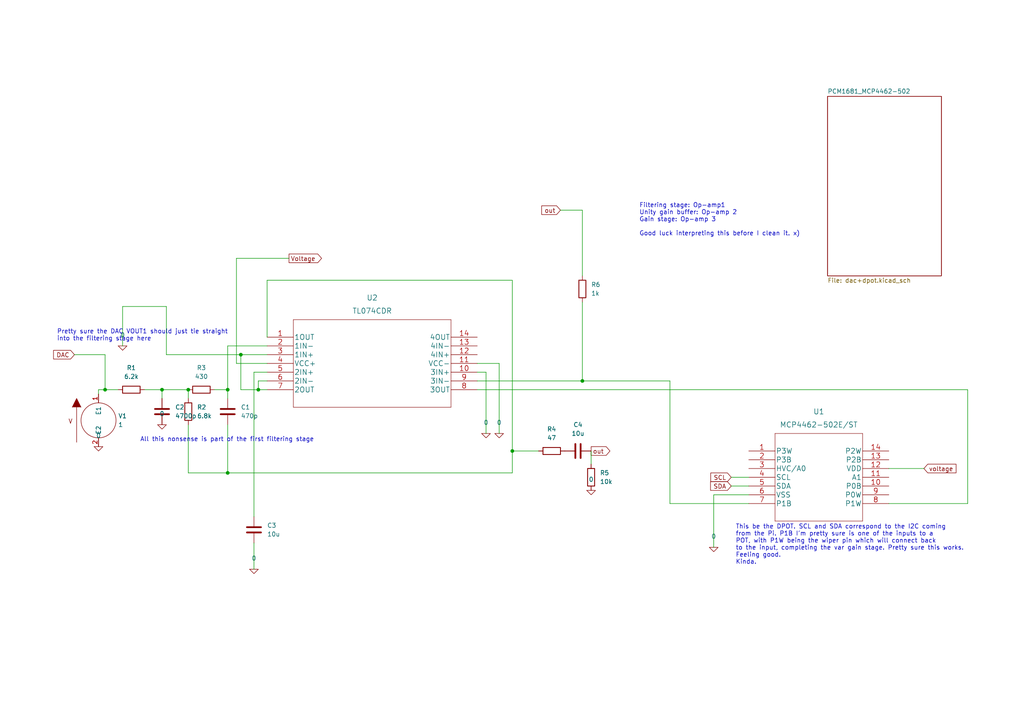
<source format=kicad_sch>
(kicad_sch (version 20211123) (generator eeschema)
  (paper "A4")
  (lib_symbols
    (symbol "2023-01-31_02-59-41:MCP4462-502E{slash}ST" (pin_names (offset 0.254))
      (property "Reference" "U" (at 20.32 10.16 0))
      (property "Value" "MCP4462-502E{slash}ST" (at 20.32 7.62 0))
      (symbol "MCP4462-502E{slash}ST_1_1"
        (polyline (pts (xy 7.62 -20.32) (xy 33.02 -20.32)) (stroke (width 0.127)))
        (polyline (pts (xy 7.62 5.08) (xy 7.62 -20.32)) (stroke (width 0.127)))
        (polyline (pts (xy 33.02 -20.32) (xy 33.02 5.08)) (stroke (width 0.127)))
        (polyline (pts (xy 33.02 5.08) (xy 7.62 5.08)) (stroke (width 0.127)))
        (pin unspecified line (at 0 0 0) (length 7.62) (name "P3W") (number "1"))
        (pin unspecified line (at 40.64 -10.16 180) (length 7.62) (name "P0B") (number "10"))
        (pin input line (at 40.64 -7.62 180) (length 7.62) (name "A1") (number "11"))
        (pin power_in line (at 40.64 -5.08 180) (length 7.62) (name "VDD") (number "12"))
        (pin unspecified line (at 40.64 -2.54 180) (length 7.62) (name "P2B") (number "13"))
        (pin unspecified line (at 40.64 0 180) (length 7.62) (name "P2W") (number "14"))
        (pin unspecified line (at 0 -2.54 0) (length 7.62) (name "P3B") (number "2"))
        (pin input line (at 0 -5.08 0) (length 7.62) (name "HVC/A0") (number "3"))
        (pin input line (at 0 -7.62 0) (length 7.62) (name "SCL") (number "4"))
        (pin input line (at 0 -10.16 0) (length 7.62) (name "SDA") (number "5"))
        (pin power_in line (at 0 -12.7 0) (length 7.62) (name "VSS") (number "6"))
        (pin unspecified line (at 0 -15.24 0) (length 7.62) (name "P1B") (number "7"))
        (pin unspecified line (at 40.64 -15.24 180) (length 7.62) (name "P1W") (number "8"))
        (pin unspecified line (at 40.64 -12.7 180) (length 7.62) (name "P0W") (number "9"))
      )
    )
    (symbol "2023-01-31_03-10-03:TL074CDR" (pin_names (offset 0.254))
      (property "Reference" "U" (at 30.48 10.16 0))
      (property "Value" "TL074CDR" (at 30.48 7.62 0))
      (symbol "TL074CDR_1_1"
        (polyline (pts (xy 7.62 -20.32) (xy 53.34 -20.32)) (stroke (width 0.127)))
        (polyline (pts (xy 7.62 5.08) (xy 7.62 -20.32)) (stroke (width 0.127)))
        (polyline (pts (xy 53.34 -20.32) (xy 53.34 5.08)) (stroke (width 0.127)))
        (polyline (pts (xy 53.34 5.08) (xy 7.62 5.08)) (stroke (width 0.127)))
        (pin output line (at 0 0 0) (length 7.62) (name "1OUT") (number "1"))
        (pin input line (at 60.96 -10.16 180) (length 7.62) (name "3IN+") (number "10"))
        (pin power_in line (at 60.96 -7.62 180) (length 7.62) (name "VCC-") (number "11"))
        (pin input line (at 60.96 -5.08 180) (length 7.62) (name "4IN+") (number "12"))
        (pin input line (at 60.96 -2.54 180) (length 7.62) (name "4IN-") (number "13"))
        (pin output line (at 60.96 0 180) (length 7.62) (name "4OUT") (number "14"))
        (pin input line (at 0 -2.54 0) (length 7.62) (name "1IN-") (number "2"))
        (pin input line (at 0 -5.08 0) (length 7.62) (name "1IN+") (number "3"))
        (pin power_in line (at 0 -7.62 0) (length 7.62) (name "VCC+") (number "4"))
        (pin input line (at 0 -10.16 0) (length 7.62) (name "2IN+") (number "5"))
        (pin input line (at 0 -12.7 0) (length 7.62) (name "2IN-") (number "6"))
        (pin output line (at 0 -15.24 0) (length 7.62) (name "2OUT") (number "7"))
        (pin output line (at 60.96 -15.24 180) (length 7.62) (name "3OUT") (number "8"))
        (pin input line (at 60.96 -12.7 180) (length 7.62) (name "3IN-") (number "9"))
      )
    )
    (symbol "Device:C" (pin_numbers hide) (pin_names (offset 0.254))
      (property "Reference" "C" (at 0.635 2.54 0))
      (property "Value" "C" (at 0.635 -2.54 0))
      (symbol "C_0_1"
        (polyline (pts (xy -2.032 -0.762) (xy 2.032 -0.762)) (stroke (width 0.508)))
        (polyline (pts (xy -2.032 0.762) (xy 2.032 0.762)) (stroke (width 0.508)))
      )
      (symbol "C_1_1"
        (pin passive line (at 0 3.81 270) (length 2.794) (name "~") (number "1"))
        (pin passive line (at 0 -3.81 90) (length 2.794) (name "~") (number "2"))
      )
    )
    (symbol "Device:R" (pin_numbers hide) (pin_names (offset 0))
      (property "Reference" "R" (at 2.032 0 90))
      (property "Value" "R" (at 0 0 90))
      (symbol "R_0_1"
        (rectangle (start -1.016 -2.54) (end 1.016 2.54) (stroke (width 0.254)))
      )
      (symbol "R_1_1"
        (pin passive line (at 0 3.81 270) (length 1.27) (name "~") (number "1"))
        (pin passive line (at 0 -3.81 90) (length 1.27) (name "~") (number "2"))
      )
    )
    (symbol "pspice:0" (power) (pin_names (offset 0))
      (property "Value" "0" (at 0 -1.778 0))
      (symbol "0_0_1"
        (polyline (pts (xy -1.27 0) (xy 0 -1.27) (xy 1.27 0) (xy -1.27 0)))
      )
      (symbol "0_1_1"
        (pin power_in line (at 0 0 0) (length 0) hide (name "0") (number "1"))
      )
    )
    (symbol "pspice:VSOURCE" (pin_names (offset 1.016))
      (property "Reference" "V" (at -6.35 7.62 0))
      (property "Value" "VSOURCE" (at 0 0 0))
      (symbol "VSOURCE_0_1"
        (polyline (pts (xy -6.35 -6.35) (xy -6.35 3.81)) (fill (type outline)))
        (polyline (pts (xy -7.62 3.81) (xy -6.35 6.35) (xy -5.08 3.81)) (fill (type outline)))
        (circle (center 0 0) (radius 5.08))
        (text "V" (at -8.128 -0.254 0) (effects (font (size 1.27 1.27))))
      )
      (symbol "VSOURCE_1_1"
        (pin input line (at 0 7.62 270) (length 2.54) (name "E1") (number "1"))
        (pin input line (at 0 -7.62 90) (length 2.54) (name "E2") (number "2"))
      )
    )
  )
  (junction (at 66.04 113.03))
  (junction (at 66.04 137.16))
  (junction (at 69.85 102.87))
  (junction (at 54.61 113.03))
  (junction (at 74.93 113.03))
  (junction (at 168.91 110.49))
  (junction (at 148.59 130.81))
  (junction (at 30.48 113.03))
  (junction (at 46.99 113.03))
  (wire (pts (xy 168.91 110.49) (xy 194.31 110.49)))
  (wire (pts (xy 77.47 81.28) (xy 148.59 81.28)))
  (wire (pts (xy 21.59 102.87) (xy 30.48 102.87)))
  (wire (pts (xy 66.04 113.03) (xy 66.04 115.57)))
  (wire (pts (xy 48.26 102.87) (xy 69.85 102.87)))
  (wire (pts (xy 77.47 105.41) (xy 68.58 105.41)))
  (wire (pts (xy 74.93 113.03) (xy 77.47 113.03)))
  (wire (pts (xy 148.59 130.81) (xy 148.59 137.16)))
  (wire (pts (xy 77.47 110.49) (xy 74.93 110.49)))
  (wire (pts (xy 41.91 113.03) (xy 46.99 113.03)))
  (wire (pts (xy 217.17 143.51) (xy 207.01 143.51)))
  (wire (pts (xy 212.09 138.43) (xy 217.17 138.43)))
  (wire (pts (xy 74.93 110.49) (xy 74.93 113.03)))
  (wire (pts (xy 62.23 113.03) (xy 66.04 113.03)))
  (wire (pts (xy 68.58 105.41) (xy 68.58 74.93)))
  (wire (pts (xy 162.56 60.96) (xy 168.91 60.96)))
  (wire (pts (xy 77.47 97.79) (xy 77.47 81.28)))
  (wire (pts (xy 280.67 113.03) (xy 138.43 113.03)))
  (wire (pts (xy 30.48 102.87) (xy 30.48 113.03)))
  (wire (pts (xy 48.26 102.87) (xy 48.26 88.9)))
  (wire (pts (xy 194.31 110.49) (xy 194.31 146.05)))
  (wire (pts (xy 46.99 113.03) (xy 54.61 113.03)))
  (wire (pts (xy 28.575 113.03) (xy 30.48 113.03)))
  (wire (pts (xy 212.09 140.97) (xy 217.17 140.97)))
  (wire (pts (xy 168.91 87.63) (xy 168.91 110.49)))
  (wire (pts (xy 171.45 130.81) (xy 171.45 134.62)))
  (wire (pts (xy 54.61 123.19) (xy 54.61 137.16)))
  (wire (pts (xy 54.61 137.16) (xy 66.04 137.16)))
  (wire (pts (xy 138.43 110.49) (xy 168.91 110.49)))
  (wire (pts (xy 156.21 130.81) (xy 148.59 130.81)))
  (wire (pts (xy 66.04 137.16) (xy 148.59 137.16)))
  (wire (pts (xy 74.93 113.03) (xy 69.85 113.03)))
  (wire (pts (xy 73.66 157.48) (xy 73.66 165.1)))
  (wire (pts (xy 68.58 74.93) (xy 83.82 74.93)))
  (wire (pts (xy 66.04 123.19) (xy 66.04 137.16)))
  (wire (pts (xy 69.85 113.03) (xy 69.85 102.87)))
  (wire (pts (xy 144.78 105.41) (xy 144.78 125.73)))
  (wire (pts (xy 168.91 60.96) (xy 168.91 80.01)))
  (wire (pts (xy 140.97 107.95) (xy 140.97 125.73)))
  (wire (pts (xy 77.47 100.33) (xy 66.04 100.33)))
  (wire (pts (xy 257.81 135.89) (xy 267.97 135.89)))
  (wire (pts (xy 28.575 114.3) (xy 28.575 113.03)))
  (wire (pts (xy 207.01 143.51) (xy 207.01 158.75)))
  (wire (pts (xy 54.61 113.03) (xy 54.61 115.57)))
  (wire (pts (xy 148.59 81.28) (xy 148.59 130.81)))
  (wire (pts (xy 69.85 102.87) (xy 77.47 102.87)))
  (wire (pts (xy 30.48 113.03) (xy 34.29 113.03)))
  (wire (pts (xy 138.43 105.41) (xy 144.78 105.41)))
  (wire (pts (xy 73.66 107.95) (xy 73.66 149.86)))
  (wire (pts (xy 77.47 107.95) (xy 73.66 107.95)))
  (wire (pts (xy 280.67 146.05) (xy 280.67 113.03)))
  (wire (pts (xy 257.81 146.05) (xy 280.67 146.05)))
  (wire (pts (xy 194.31 146.05) (xy 217.17 146.05)))
  (wire (pts (xy 35.56 88.9) (xy 35.56 100.33)))
  (wire (pts (xy 66.04 100.33) (xy 66.04 113.03)))
  (wire (pts (xy 46.99 113.03) (xy 46.99 115.57)))
  (wire (pts (xy 138.43 107.95) (xy 140.97 107.95)))
  (wire (pts (xy 48.26 88.9) (xy 35.56 88.9)))
  (text "All this nonsense is part of the first filtering stage\n" (at 40.64 128.27 0) (effects (font (size 1.27 1.27)) (justify left bottom)))
  (text "Filtering stage: Op-amp1\nUnity gain buffer: Op-amp 2\nGain stage: Op-amp 3\n\nGood luck interpreting this before I clean it. x)\n" (at 185.42 68.58 0) (effects (font (size 1.27 1.27)) (justify left bottom)))
  (text "Pretty sure the DAC VOUT1 should just tie straight\ninto the filtering stage here\n" (at 16.51 99.06 0) (effects (font (size 1.27 1.27)) (justify left bottom)))
  (text "This be the DPOT. SCL and SDA correspond to the I2C coming\nfrom the Pi. P1B I'm pretty sure is one of the inputs to a \nPOT, with P1W being the wiper pin which will connect back\nto the input, completing the var gain stage. Pretty sure this works.\nFeeling good. \nKinda." (at 213.36 163.83 0) (effects (font (size 1.27 1.27)) (justify left bottom)))
  (global_label "SDA" (shape input) (at 212.09 140.97 180) (property "Intersheet References" "${INTERSHEET_REFS}" (effects hide)))
  (global_label "Voltage" (shape output) (at 83.82 74.93 0) (property "Intersheet References" "${INTERSHEET_REFS}" (effects hide)))
  (global_label "SCL" (shape input) (at 212.09 138.43 180) (property "Intersheet References" "${INTERSHEET_REFS}" (effects hide)))
  (global_label "DAC" (shape input) (at 21.59 102.87 180) (property "Intersheet References" "${INTERSHEET_REFS}" (effects hide)))
  (global_label "out" (shape input) (at 162.56 60.96 180) (property "Intersheet References" "${INTERSHEET_REFS}" (effects hide)))
  (global_label "out" (shape output) (at 171.45 130.81 0) (property "Intersheet References" "${INTERSHEET_REFS}" (effects hide)))
  (global_label "voltage" (shape input) (at 267.97 135.89 0) (property "Intersheet References" "${INTERSHEET_REFS}" (effects hide)))
  (symbol (lib_id "Device:R") (at 54.61 119.38 180) (unit 1)
    (property "Reference" "R2" (at 57.15 118.1099 0) (effects (justify right)))
    (property "Value" "6.8k" (at 57.15 120.6499 0) (effects (justify right)))
    (property "Spice_Primitive" "R" (effects hide))
    (property "Spice_Model" "6.8k" (effects hide))
    (property "Spice_Netlist_Enabled" "Y" (effects hide))
  )
  (symbol (lib_id "Device:R") (at 38.1 113.03 90) (unit 1)
    (property "Reference" "R1" (at 38.1 106.68 90))
    (property "Value" "6.2k" (at 38.1 109.22 90))
    (property "Spice_Primitive" "R" (effects hide))
    (property "Spice_Model" "6.2k" (effects hide))
    (property "Spice_Netlist_Enabled" "Y" (effects hide))
  )
  (symbol (lib_id "Device:R") (at 168.91 83.82 180) (unit 1)
    (property "Reference" "R6" (at 171.45 82.5499 0) (effects (justify right)))
    (property "Value" "1k" (at 171.45 85.0899 0) (effects (justify right)))
    (property "Spice_Primitive" "R" (effects hide))
    (property "Spice_Model" "47" (effects hide))
    (property "Spice_Netlist_Enabled" "Y" (effects hide))
  )
  (symbol (lib_id "pspice:0") (at 35.56 100.33 0) (unit 1)
    (property "Reference" "#GND0104" (effects hide))
    (property "Value" "0" (at 35.56 97.155 0))
  )
  (symbol (lib_id "2023-01-31_02-59-41:MCP4462-502E{slash}ST") (at 217.17 130.81 0) (unit 1)
    (property "Reference" "U1" (at 237.49 119.38 0) (effects (font (size 1.524 1.524))))
    (property "Value" "MCP4462-502E/ST" (at 237.49 123.19 0) (effects (font (size 1.524 1.524))))
    (property "Footprint" "TSSOP14_MC_MCH" (effects hide))
  )
  (symbol (lib_id "Device:R") (at 171.45 138.43 180) (unit 1)
    (property "Reference" "R5" (at 173.99 137.1599 0) (effects (justify right)))
    (property "Value" "10k" (at 173.99 139.6999 0) (effects (justify right)))
  )
  (symbol (lib_id "pspice:VSOURCE") (at 28.575 121.92 0) (unit 1)
    (property "Reference" "V1" (at 34.29 120.6499 0) (effects (justify left)))
    (property "Value" "1" (at 34.29 123.1899 0) (effects (justify left)))
    (property "Spice_Primitive" "V" (effects hide))
    (property "Spice_Model" "dc 50 ac 3" (effects hide))
    (property "Spice_Netlist_Enabled" "Y" (effects hide))
  )
  (symbol (lib_id "pspice:0") (at 207.01 158.75 0) (unit 1)
    (property "Reference" "#GND0106" (effects hide))
    (property "Value" "0" (at 207.01 155.575 0))
  )
  (symbol (lib_id "pspice:0") (at 73.66 165.1 0) (unit 1)
    (property "Reference" "#GND0111" (effects hide))
    (property "Value" "0" (at 73.66 161.925 0))
  )
  (symbol (lib_id "pspice:0") (at 140.97 125.73 0) (unit 1)
    (property "Reference" "#GND0102" (effects hide))
    (property "Value" "0" (at 140.97 122.555 0))
  )
  (symbol (lib_id "Device:C") (at 66.04 119.38 0) (unit 1)
    (property "Reference" "C1" (at 69.85 118.1099 0) (effects (justify left)))
    (property "Value" "470p" (at 69.85 120.6499 0) (effects (justify left)))
    (property "Spice_Primitive" "C" (effects hide))
    (property "Spice_Model" "470p" (effects hide))
    (property "Spice_Netlist_Enabled" "Y" (effects hide))
  )
  (symbol (lib_id "Device:C") (at 167.64 130.81 90) (unit 1)
    (property "Reference" "C4" (at 167.64 123.19 90))
    (property "Value" "10u" (at 167.64 125.73 90))
    (property "Spice_Primitive" "C" (effects hide))
    (property "Spice_Model" "10u" (effects hide))
    (property "Spice_Netlist_Enabled" "Y" (effects hide))
  )
  (symbol (lib_id "Device:R") (at 160.02 130.81 90) (unit 1)
    (property "Reference" "R4" (at 160.02 124.46 90))
    (property "Value" "47" (at 160.02 127 90))
    (property "Spice_Primitive" "R" (effects hide))
    (property "Spice_Model" "47" (effects hide))
    (property "Spice_Netlist_Enabled" "Y" (effects hide))
  )
  (symbol (lib_id "Device:R") (at 58.42 113.03 90) (unit 1)
    (property "Reference" "R3" (at 58.42 106.68 90))
    (property "Value" "430" (at 58.42 109.22 90))
    (property "Spice_Primitive" "R" (effects hide))
    (property "Spice_Model" "430" (effects hide))
    (property "Spice_Netlist_Enabled" "Y" (effects hide))
  )
  (symbol (lib_id "pspice:0") (at 144.78 125.73 0) (unit 1)
    (property "Reference" "#GND0101" (effects hide))
    (property "Value" "0" (at 144.78 122.555 0))
  )
  (symbol (lib_id "pspice:0") (at 171.45 142.24 0) (unit 1)
    (property "Reference" "#GND0105" (effects hide))
    (property "Value" "0" (at 171.45 139.065 0))
  )
  (symbol (lib_id "Device:C") (at 73.66 153.67 180) (unit 1)
    (property "Reference" "C3" (at 77.47 152.3999 0) (effects (justify right)))
    (property "Value" "10u" (at 77.47 154.9399 0) (effects (justify right)))
    (property "Spice_Primitive" "C" (effects hide))
    (property "Spice_Model" "10u" (effects hide))
    (property "Spice_Netlist_Enabled" "Y" (effects hide))
  )
  (symbol (lib_id "pspice:0") (at 28.575 129.54 0) (unit 1)
    (property "Reference" "#GND0103" (effects hide))
    (property "Value" "0" (at 28.575 126.365 0))
  )
  (symbol (lib_id "Device:C") (at 46.99 119.38 0) (unit 1)
    (property "Reference" "C2" (at 50.8 118.1099 0) (effects (justify left)))
    (property "Value" "4700p" (at 50.8 120.6499 0) (effects (justify left)))
    (property "Spice_Primitive" "C" (effects hide))
    (property "Spice_Model" "4700p" (effects hide))
    (property "Spice_Netlist_Enabled" "Y" (effects hide))
  )
  (symbol (lib_id "pspice:0") (at 46.99 123.19 0) (unit 1)
    (property "Reference" "#GND0112" (effects hide))
    (property "Value" "0" (at 46.99 120.015 0))
  )
  (symbol (lib_id "2023-01-31_03-10-03:TL074CDR") (at 77.47 97.79 0) (unit 1)
    (property "Reference" "U2" (at 107.95 86.36 0) (effects (font (size 1.524 1.524))))
    (property "Value" "TL074CDR" (at 107.95 90.17 0) (effects (font (size 1.524 1.524))))
    (property "Footprint" "D14" (effects hide))
  )
  (sheet (at 240.03 27.94) (size 33.02 52.07) (stroke (width 0.1524))
    (property "Sheet name" "PCM1681_MCP4462-502" (at 240.03 27.2284 0) (effects (justify left bottom)))
    (property "Sheet file" "dac+dpot.kicad_sch" (at 240.03 80.5946 0) (effects (justify left top)))
  )
)
</source>
